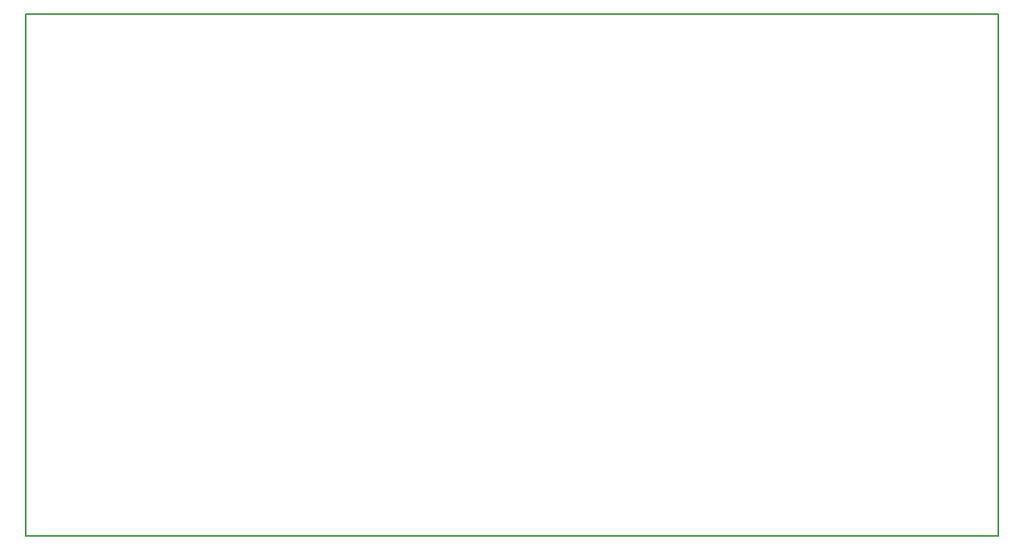
<source format=gm1>
G04 MADE WITH FRITZING*
G04 WWW.FRITZING.ORG*
G04 DOUBLE SIDED*
G04 HOLES PLATED*
G04 CONTOUR ON CENTER OF CONTOUR VECTOR*
%ASAXBY*%
%FSLAX23Y23*%
%MOIN*%
%OFA0B0*%
%SFA1.0B1.0*%
%ADD10R,3.919800X2.109420*%
%ADD11C,0.008000*%
%ADD10C,0.008*%
%LNCONTOUR*%
G90*
G70*
G54D10*
G54D11*
X4Y2105D02*
X3916Y2105D01*
X3916Y4D01*
X4Y4D01*
X4Y2105D01*
D02*
G04 End of contour*
M02*
</source>
